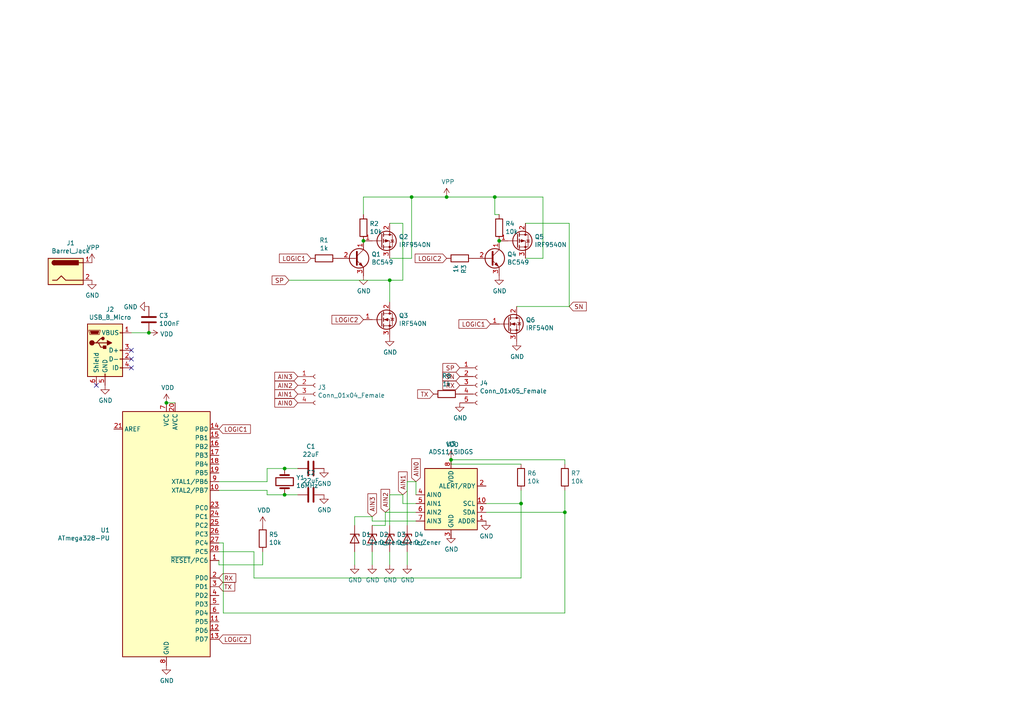
<source format=kicad_sch>
(kicad_sch (version 20230121) (generator eeschema)
  (paper "A4")
  (lib_symbols
    (symbol "Analog_ADC:ADS1115IDGS"
      (property "Reference" "U" (at 2.54 13.97 0))
      (property "Value" "ADS1115IDGS" (at 7.62 11.43 0))
      (symbol "ADS1115IDGS_0_1"
        (rectangle (start -7.62 10.16) (end 7.62 -7.62) (stroke (width 0.254)) (fill (type background)))
      )
      (symbol "ADS1115IDGS_1_1"
        (pin input line (at 10.16 -5.08 180) (length 2.54) (name "ADDR") (number "1"))
        (pin input line (at 10.16 0 180) (length 2.54) (name "SCL") (number "10"))
        (pin output line (at 10.16 5.08 180) (length 2.54) (name "ALERT/RDY") (number "2"))
        (pin power_in line (at 0 -10.16 90) (length 2.54) (name "GND") (number "3"))
        (pin input line (at -10.16 2.54 0) (length 2.54) (name "AIN0") (number "4"))
        (pin input line (at -10.16 0 0) (length 2.54) (name "AIN1") (number "5"))
        (pin input line (at -10.16 -2.54 0) (length 2.54) (name "AIN2") (number "6"))
        (pin input line (at -10.16 -5.08 0) (length 2.54) (name "AIN3") (number "7"))
        (pin power_in line (at 0 12.7 270) (length 2.54) (name "VDD") (number "8"))
        (pin bidirectional line (at 10.16 -2.54 180) (length 2.54) (name "SDA") (number "9"))
      )
    )
    (symbol "Connector:Barrel_Jack" (pin_names (offset 1.016))
      (property "Reference" "J" (at 0 5.334 0))
      (property "Value" "Barrel_Jack" (at 0 -5.08 0))
      (symbol "Barrel_Jack_0_1"
        (rectangle (start -5.08 3.81) (end 5.08 -3.81) (stroke (width 0.254)) (fill (type background)))
        (arc (start -3.302 3.175) (mid -3.9343 2.54) (end -3.302 1.905) (stroke (width 0.254)))
        (arc (start -3.302 3.175) (mid -3.9343 2.54) (end -3.302 1.905) (stroke (width 0.254)) (fill (type outline)))
        (polyline (pts (xy 5.08 2.54) (xy 3.81 2.54)) (stroke (width 0.254)))
        (polyline (pts (xy -3.81 -2.54) (xy -2.54 -2.54) (xy -1.27 -1.27) (xy 0 -2.54) (xy 2.54 -2.54) (xy 5.08 -2.54)) (stroke (width 0.254)))
        (rectangle (start 3.683 3.175) (end -3.302 1.905) (stroke (width 0.254)) (fill (type outline)))
      )
      (symbol "Barrel_Jack_1_1"
        (pin passive line (at 7.62 2.54 180) (length 2.54) (name "~") (number "1"))
        (pin passive line (at 7.62 -2.54 180) (length 2.54) (name "~") (number "2"))
      )
    )
    (symbol "Connector:USB_B_Micro" (pin_names (offset 1.016))
      (property "Reference" "J" (at -5.08 11.43 0))
      (property "Value" "USB_B_Micro" (at -5.08 8.89 0))
      (symbol "USB_B_Micro_0_1"
        (rectangle (start -5.08 -7.62) (end 5.08 7.62) (stroke (width 0.254)) (fill (type background)))
        (circle (center -3.81 2.159) (radius 0.635) (stroke (width 0.254)) (fill (type outline)))
        (circle (center -0.635 3.429) (radius 0.381) (stroke (width 0.254)) (fill (type outline)))
        (rectangle (start -0.127 -7.62) (end 0.127 -6.858))
        (polyline (pts (xy -1.905 2.159) (xy 0.635 2.159)) (stroke (width 0.254)))
        (polyline (pts (xy -3.175 2.159) (xy -2.54 2.159) (xy -1.27 3.429) (xy -0.635 3.429)) (stroke (width 0.254)))
        (polyline (pts (xy -2.54 2.159) (xy -1.905 2.159) (xy -1.27 0.889) (xy 0 0.889)) (stroke (width 0.254)))
        (polyline (pts (xy 0.635 2.794) (xy 0.635 1.524) (xy 1.905 2.159) (xy 0.635 2.794)) (stroke (width 0.254)) (fill (type outline)))
        (polyline (pts (xy -4.318 5.588) (xy -1.778 5.588) (xy -2.032 4.826) (xy -4.064 4.826) (xy -4.318 5.588)) (fill (type outline)))
        (polyline (pts (xy -4.699 5.842) (xy -4.699 5.588) (xy -4.445 4.826) (xy -4.445 4.572) (xy -1.651 4.572) (xy -1.651 4.826) (xy -1.397 5.588) (xy -1.397 5.842) (xy -4.699 5.842)))
        (rectangle (start 0.254 1.27) (end -0.508 0.508) (stroke (width 0.254)) (fill (type outline)))
        (rectangle (start 5.08 -5.207) (end 4.318 -4.953))
        (rectangle (start 5.08 -2.667) (end 4.318 -2.413))
        (rectangle (start 5.08 -0.127) (end 4.318 0.127))
        (rectangle (start 5.08 4.953) (end 4.318 5.207))
      )
      (symbol "USB_B_Micro_1_1"
        (pin power_out line (at 7.62 5.08 180) (length 2.54) (name "VBUS") (number "1"))
        (pin bidirectional line (at 7.62 -2.54 180) (length 2.54) (name "D-") (number "2"))
        (pin bidirectional line (at 7.62 0 180) (length 2.54) (name "D+") (number "3"))
        (pin passive line (at 7.62 -5.08 180) (length 2.54) (name "ID") (number "4"))
        (pin power_out line (at 0 -10.16 90) (length 2.54) (name "GND") (number "5"))
        (pin passive line (at -2.54 -10.16 90) (length 2.54) (name "Shield") (number "6"))
      )
    )
    (symbol "DAQsystemUSBrev2-rescue:ATmega328-PU-MCU_Microchip_ATmega"
      (property "Reference" "U" (at -12.7 36.83 0))
      (property "Value" "MCU_Microchip_ATmega_ATmega328-PU" (at 2.54 -36.83 0))
      (symbol "ATmega328-PU-MCU_Microchip_ATmega_0_1"
        (rectangle (start -12.7 -35.56) (end 12.7 35.56) (stroke (width 0.254)) (fill (type background)))
      )
      (symbol "ATmega328-PU-MCU_Microchip_ATmega_1_1"
        (pin bidirectional line (at 15.24 -7.62 180) (length 2.54) (name "~{RESET}/PC6") (number "1"))
        (pin bidirectional line (at 15.24 12.7 180) (length 2.54) (name "XTAL2/PB7") (number "10"))
        (pin bidirectional line (at 15.24 -25.4 180) (length 2.54) (name "PD5") (number "11"))
        (pin bidirectional line (at 15.24 -27.94 180) (length 2.54) (name "PD6") (number "12"))
        (pin bidirectional line (at 15.24 -30.48 180) (length 2.54) (name "PD7") (number "13"))
        (pin bidirectional line (at 15.24 30.48 180) (length 2.54) (name "PB0") (number "14"))
        (pin bidirectional line (at 15.24 27.94 180) (length 2.54) (name "PB1") (number "15"))
        (pin bidirectional line (at 15.24 25.4 180) (length 2.54) (name "PB2") (number "16"))
        (pin bidirectional line (at 15.24 22.86 180) (length 2.54) (name "PB3") (number "17"))
        (pin bidirectional line (at 15.24 20.32 180) (length 2.54) (name "PB4") (number "18"))
        (pin bidirectional line (at 15.24 17.78 180) (length 2.54) (name "PB5") (number "19"))
        (pin bidirectional line (at 15.24 -12.7 180) (length 2.54) (name "PD0") (number "2"))
        (pin power_in line (at 2.54 38.1 270) (length 2.54) (name "AVCC") (number "20"))
        (pin passive line (at -15.24 30.48 0) (length 2.54) (name "AREF") (number "21"))
        (pin passive line (at 0 -38.1 90) (length 2.54) hide (name "GND") (number "22"))
        (pin bidirectional line (at 15.24 7.62 180) (length 2.54) (name "PC0") (number "23"))
        (pin bidirectional line (at 15.24 5.08 180) (length 2.54) (name "PC1") (number "24"))
        (pin bidirectional line (at 15.24 2.54 180) (length 2.54) (name "PC2") (number "25"))
        (pin bidirectional line (at 15.24 0 180) (length 2.54) (name "PC3") (number "26"))
        (pin bidirectional line (at 15.24 -2.54 180) (length 2.54) (name "PC4") (number "27"))
        (pin bidirectional line (at 15.24 -5.08 180) (length 2.54) (name "PC5") (number "28"))
        (pin bidirectional line (at 15.24 -15.24 180) (length 2.54) (name "PD1") (number "3"))
        (pin bidirectional line (at 15.24 -17.78 180) (length 2.54) (name "PD2") (number "4"))
        (pin bidirectional line (at 15.24 -20.32 180) (length 2.54) (name "PD3") (number "5"))
        (pin bidirectional line (at 15.24 -22.86 180) (length 2.54) (name "PD4") (number "6"))
        (pin power_in line (at 0 38.1 270) (length 2.54) (name "VCC") (number "7"))
        (pin power_in line (at 0 -38.1 90) (length 2.54) (name "GND") (number "8"))
        (pin bidirectional line (at 15.24 15.24 180) (length 2.54) (name "XTAL1/PB6") (number "9"))
      )
    )
    (symbol "DAQsystemUSBrev2-rescue:Conn_01x04_Female-Connector" (pin_names (offset 1.016) hide)
      (property "Reference" "J" (at 0 5.08 0))
      (property "Value" "Connector_Conn_01x04_Female" (at 0 -7.62 0))
      (symbol "Conn_01x04_Female-Connector_1_1"
        (arc (start 0 -4.572) (mid -0.5058 -5.08) (end 0 -5.588) (stroke (width 0.1524)))
        (arc (start 0 -2.032) (mid -0.5058 -2.54) (end 0 -3.048) (stroke (width 0.1524)))
        (polyline (pts (xy -1.27 -5.08) (xy -0.508 -5.08)) (stroke (width 0.1524)))
        (polyline (pts (xy -1.27 -2.54) (xy -0.508 -2.54)) (stroke (width 0.1524)))
        (polyline (pts (xy -1.27 0) (xy -0.508 0)) (stroke (width 0.1524)))
        (polyline (pts (xy -1.27 2.54) (xy -0.508 2.54)) (stroke (width 0.1524)))
        (arc (start 0 0.508) (mid -0.5058 0) (end 0 -0.508) (stroke (width 0.1524)))
        (arc (start 0 3.048) (mid -0.5058 2.54) (end 0 2.032) (stroke (width 0.1524)))
        (pin passive line (at -5.08 2.54 0) (length 3.81) (name "Pin_1") (number "1"))
        (pin passive line (at -5.08 0 0) (length 3.81) (name "Pin_2") (number "2"))
        (pin passive line (at -5.08 -2.54 0) (length 3.81) (name "Pin_3") (number "3"))
        (pin passive line (at -5.08 -5.08 0) (length 3.81) (name "Pin_4") (number "4"))
      )
    )
    (symbol "DAQsystemUSBrev2-rescue:Conn_01x05_Female-Connector" (pin_names (offset 1.016) hide)
      (property "Reference" "J" (at 0 7.62 0))
      (property "Value" "Connector_Conn_01x05_Female" (at 0 -7.62 0))
      (symbol "Conn_01x05_Female-Connector_1_1"
        (arc (start 0 -4.572) (mid -0.5058 -5.08) (end 0 -5.588) (stroke (width 0.1524)))
        (arc (start 0 -2.032) (mid -0.5058 -2.54) (end 0 -3.048) (stroke (width 0.1524)))
        (polyline (pts (xy -1.27 -5.08) (xy -0.508 -5.08)) (stroke (width 0.1524)))
        (polyline (pts (xy -1.27 -2.54) (xy -0.508 -2.54)) (stroke (width 0.1524)))
        (polyline (pts (xy -1.27 0) (xy -0.508 0)) (stroke (width 0.1524)))
        (polyline (pts (xy -1.27 2.54) (xy -0.508 2.54)) (stroke (width 0.1524)))
        (polyline (pts (xy -1.27 5.08) (xy -0.508 5.08)) (stroke (width 0.1524)))
        (arc (start 0 0.508) (mid -0.5058 0) (end 0 -0.508) (stroke (width 0.1524)))
        (arc (start 0 3.048) (mid -0.5058 2.54) (end 0 2.032) (stroke (width 0.1524)))
        (arc (start 0 5.588) (mid -0.5058 5.08) (end 0 4.572) (stroke (width 0.1524)))
        (pin passive line (at -5.08 5.08 0) (length 3.81) (name "Pin_1") (number "1"))
        (pin passive line (at -5.08 2.54 0) (length 3.81) (name "Pin_2") (number "2"))
        (pin passive line (at -5.08 0 0) (length 3.81) (name "Pin_3") (number "3"))
        (pin passive line (at -5.08 -2.54 0) (length 3.81) (name "Pin_4") (number "4"))
        (pin passive line (at -5.08 -5.08 0) (length 3.81) (name "Pin_5") (number "5"))
      )
    )
    (symbol "Device:C" (pin_numbers hide) (pin_names (offset 0.254))
      (property "Reference" "C" (at 0.635 2.54 0))
      (property "Value" "C" (at 0.635 -2.54 0))
      (symbol "C_0_1"
        (polyline (pts (xy -2.032 -0.762) (xy 2.032 -0.762)) (stroke (width 0.508)))
        (polyline (pts (xy -2.032 0.762) (xy 2.032 0.762)) (stroke (width 0.508)))
      )
      (symbol "C_1_1"
        (pin passive line (at 0 3.81 270) (length 2.794) (name "~") (number "1"))
        (pin passive line (at 0 -3.81 90) (length 2.794) (name "~") (number "2"))
      )
    )
    (symbol "Device:Crystal" (pin_numbers hide) (pin_names (offset 1.016) hide)
      (property "Reference" "Y" (at 0 3.81 0))
      (property "Value" "Crystal" (at 0 -3.81 0))
      (symbol "Crystal_0_1"
        (rectangle (start -1.143 2.54) (end 1.143 -2.54) (stroke (width 0.3048)))
        (polyline (pts (xy -2.54 0) (xy -1.905 0)))
        (polyline (pts (xy -1.905 -1.27) (xy -1.905 1.27)) (stroke (width 0.508)))
        (polyline (pts (xy 1.905 -1.27) (xy 1.905 1.27)) (stroke (width 0.508)))
        (polyline (pts (xy 2.54 0) (xy 1.905 0)))
      )
      (symbol "Crystal_1_1"
        (pin passive line (at -3.81 0 0) (length 1.27) (name "1") (number "1"))
        (pin passive line (at 3.81 0 180) (length 1.27) (name "2") (number "2"))
      )
    )
    (symbol "Device:D_Zener" (pin_numbers hide) (pin_names (offset 1.016) hide)
      (property "Reference" "D" (at 0 2.54 0))
      (property "Value" "D_Zener" (at 0 -2.54 0))
      (symbol "D_Zener_0_1"
        (polyline (pts (xy 1.27 0) (xy -1.27 0)))
        (polyline (pts (xy -1.27 -1.27) (xy -1.27 1.27) (xy -0.762 1.27)) (stroke (width 0.254)))
        (polyline (pts (xy 1.27 -1.27) (xy 1.27 1.27) (xy -1.27 0) (xy 1.27 -1.27)) (stroke (width 0.254)))
      )
      (symbol "D_Zener_1_1"
        (pin passive line (at -3.81 0 0) (length 2.54) (name "K") (number "1"))
        (pin passive line (at 3.81 0 180) (length 2.54) (name "A") (number "2"))
      )
    )
    (symbol "Device:R" (pin_numbers hide) (pin_names (offset 0))
      (property "Reference" "R" (at 2.032 0 90))
      (property "Value" "R" (at 0 0 90))
      (symbol "R_0_1"
        (rectangle (start -1.016 -2.54) (end 1.016 2.54) (stroke (width 0.254)))
      )
      (symbol "R_1_1"
        (pin passive line (at 0 3.81 270) (length 1.27) (name "~") (number "1"))
        (pin passive line (at 0 -3.81 90) (length 1.27) (name "~") (number "2"))
      )
    )
    (symbol "Transistor_BJT:BC549" (pin_names (offset 0) hide)
      (property "Reference" "Q" (at 5.08 1.905 0))
      (property "Value" "BC549" (at 5.08 0 0))
      (symbol "BC549_0_1"
        (polyline (pts (xy 0 0) (xy 0.635 0)))
        (polyline (pts (xy 0.635 0.635) (xy 2.54 2.54)))
        (polyline (pts (xy 0.635 -0.635) (xy 2.54 -2.54) (xy 2.54 -2.54)))
        (polyline (pts (xy 0.635 1.905) (xy 0.635 -1.905) (xy 0.635 -1.905)) (stroke (width 0.508)))
        (polyline (pts (xy 1.27 -1.778) (xy 1.778 -1.27) (xy 2.286 -2.286) (xy 1.27 -1.778) (xy 1.27 -1.778)) (fill (type outline)))
        (circle (center 1.27 0) (radius 2.8194) (stroke (width 0.254)))
      )
      (symbol "BC549_1_1"
        (pin passive line (at 2.54 5.08 270) (length 2.54) (name "C") (number "1"))
        (pin input line (at -5.08 0 0) (length 5.08) (name "B") (number "2"))
        (pin passive line (at 2.54 -5.08 90) (length 2.54) (name "E") (number "3"))
      )
    )
    (symbol "Transistor_FET:IRF540N" (pin_names hide)
      (property "Reference" "Q" (at 6.35 1.905 0))
      (property "Value" "IRF540N" (at 6.35 0 0))
      (symbol "IRF540N_0_1"
        (polyline (pts (xy 0.254 0) (xy -2.54 0)))
        (polyline (pts (xy 0.254 1.905) (xy 0.254 -1.905)) (stroke (width 0.254)))
        (polyline (pts (xy 0.762 -1.27) (xy 0.762 -2.286)) (stroke (width 0.254)))
        (polyline (pts (xy 0.762 0.508) (xy 0.762 -0.508)) (stroke (width 0.254)))
        (polyline (pts (xy 0.762 2.286) (xy 0.762 1.27)) (stroke (width 0.254)))
        (polyline (pts (xy 2.54 2.54) (xy 2.54 1.778)))
        (polyline (pts (xy 2.54 -2.54) (xy 2.54 0) (xy 0.762 0)))
        (polyline (pts (xy 0.762 -1.778) (xy 3.302 -1.778) (xy 3.302 1.778) (xy 0.762 1.778)))
        (polyline (pts (xy 1.016 0) (xy 2.032 0.381) (xy 2.032 -0.381) (xy 1.016 0)) (fill (type outline)))
        (polyline (pts (xy 2.794 0.508) (xy 2.921 0.381) (xy 3.683 0.381) (xy 3.81 0.254)))
        (polyline (pts (xy 3.302 0.381) (xy 2.921 -0.254) (xy 3.683 -0.254) (xy 3.302 0.381)))
        (circle (center 1.651 0) (radius 2.794) (stroke (width 0.254)))
        (circle (center 2.54 -1.778) (radius 0.254) (fill (type outline)))
        (circle (center 2.54 1.778) (radius 0.254) (fill (type outline)))
      )
      (symbol "IRF540N_1_1"
        (pin input line (at -5.08 0 0) (length 2.54) (name "G") (number "1"))
        (pin passive line (at 2.54 5.08 270) (length 2.54) (name "D") (number "2"))
        (pin passive line (at 2.54 -5.08 90) (length 2.54) (name "S") (number "3"))
      )
    )
    (symbol "Transistor_FET:IRF9540N" (pin_names hide)
      (property "Reference" "Q" (at 5.08 1.905 0))
      (property "Value" "IRF9540N" (at 5.08 0 0))
      (symbol "IRF9540N_0_1"
        (polyline (pts (xy 0.254 0) (xy -2.54 0)))
        (polyline (pts (xy 0.254 1.905) (xy 0.254 -1.905)) (stroke (width 0.254)))
        (polyline (pts (xy 0.762 -1.27) (xy 0.762 -2.286)) (stroke (width 0.254)))
        (polyline (pts (xy 0.762 0.508) (xy 0.762 -0.508)) (stroke (width 0.254)))
        (polyline (pts (xy 0.762 2.286) (xy 0.762 1.27)) (stroke (width 0.254)))
        (polyline (pts (xy 2.54 2.54) (xy 2.54 1.778)))
        (polyline (pts (xy 2.54 -2.54) (xy 2.54 0) (xy 0.762 0)))
        (polyline (pts (xy 0.762 1.778) (xy 3.302 1.778) (xy 3.302 -1.778) (xy 0.762 -1.778)))
        (polyline (pts (xy 2.286 0) (xy 1.27 0.381) (xy 1.27 -0.381) (xy 2.286 0)) (fill (type outline)))
        (polyline (pts (xy 2.794 -0.508) (xy 2.921 -0.381) (xy 3.683 -0.381) (xy 3.81 -0.254)))
        (polyline (pts (xy 3.302 -0.381) (xy 2.921 0.254) (xy 3.683 0.254) (xy 3.302 -0.381)))
        (circle (center 1.651 0) (radius 2.794) (stroke (width 0.254)))
        (circle (center 2.54 -1.778) (radius 0.254) (fill (type outline)))
        (circle (center 2.54 1.778) (radius 0.254) (fill (type outline)))
      )
      (symbol "IRF9540N_1_1"
        (pin input line (at -5.08 0 0) (length 2.54) (name "G") (number "1"))
        (pin passive line (at 2.54 5.08 270) (length 2.54) (name "D") (number "2"))
        (pin passive line (at 2.54 -5.08 90) (length 2.54) (name "S") (number "3"))
      )
    )
    (symbol "power:GND" (power) (pin_names (offset 0))
      (property "Value" "GND" (at 0 -3.81 0))
      (symbol "GND_0_1"
        (polyline (pts (xy 0 0) (xy 0 -1.27) (xy 1.27 -1.27) (xy 0 -2.54) (xy -1.27 -1.27) (xy 0 -1.27)))
      )
      (symbol "GND_1_1"
        (pin power_in line (at 0 0 270) (length 0) hide (name "GND") (number "1"))
      )
    )
    (symbol "power:VDD" (power) (pin_names (offset 0))
      (property "Value" "VDD" (at 0 3.81 0))
      (symbol "VDD_0_1"
        (polyline (pts (xy -0.762 1.27) (xy 0 2.54)))
        (polyline (pts (xy 0 0) (xy 0 2.54)))
        (polyline (pts (xy 0 2.54) (xy 0.762 1.27)))
      )
      (symbol "VDD_1_1"
        (pin power_in line (at 0 0 90) (length 0) hide (name "VDD") (number "1"))
      )
    )
    (symbol "power:VPP" (power) (pin_names (offset 0))
      (property "Value" "VPP" (at 0 3.81 0))
      (symbol "VPP_0_1"
        (polyline (pts (xy -0.762 1.27) (xy 0 2.54)))
        (polyline (pts (xy 0 0) (xy 0 2.54)))
        (polyline (pts (xy 0 2.54) (xy 0.762 1.27)))
      )
      (symbol "VPP_1_1"
        (pin power_in line (at 0 0 90) (length 0) hide (name "VPP") (number "1"))
      )
    )
  )
  (junction (at 163.83 148.59))
  (junction (at 48.26 116.84))
  (junction (at 144.78 69.85))
  (junction (at 119.38 57.15))
  (junction (at 129.54 57.15))
  (junction (at 105.41 69.85))
  (junction (at 43.18 96.52))
  (junction (at 143.51 57.15))
  (junction (at 113.03 81.28))
  (junction (at 82.55 143.51))
  (junction (at 82.55 135.89))
  (junction (at 130.81 133.35))
  (junction (at 151.13 146.05))
  (no_connect (at 38.1 101.6))
  (no_connect (at 38.1 104.14))
  (no_connect (at 38.1 106.68))
  (no_connect (at 27.94 111.76))
  (wire (pts (xy 120.65 146.05) (xy 116.84 146.05)))
  (wire (pts (xy 149.86 88.9) (xy 165.1 88.9)))
  (wire (pts (xy 64.77 157.48) (xy 63.5 157.48)))
  (wire (pts (xy 151.13 134.62) (xy 130.81 134.62)))
  (wire (pts (xy 157.48 74.93) (xy 157.48 57.15)))
  (wire (pts (xy 113.03 143.51) (xy 116.84 143.51)))
  (wire (pts (xy 76.2 160.02) (xy 76.2 163.83)))
  (wire (pts (xy 111.76 148.59) (xy 120.65 148.59)))
  (wire (pts (xy 102.87 160.02) (xy 102.87 163.83)))
  (wire (pts (xy 143.51 57.15) (xy 157.48 57.15)))
  (wire (pts (xy 113.03 64.77) (xy 116.84 64.77)))
  (wire (pts (xy 111.76 148.59) (xy 111.76 152.4)))
  (wire (pts (xy 113.03 160.02) (xy 113.03 163.83)))
  (wire (pts (xy 64.77 177.8) (xy 64.77 157.48)))
  (wire (pts (xy 63.5 160.02) (xy 73.66 160.02)))
  (wire (pts (xy 119.38 74.93) (xy 119.38 57.15)))
  (wire (pts (xy 120.65 139.7) (xy 120.65 143.51)))
  (wire (pts (xy 113.03 74.93) (xy 119.38 74.93)))
  (wire (pts (xy 116.84 81.28) (xy 113.03 81.28)))
  (wire (pts (xy 163.83 148.59) (xy 163.83 142.24)))
  (wire (pts (xy 163.83 148.59) (xy 163.83 177.8)))
  (wire (pts (xy 118.11 160.02) (xy 118.11 163.83)))
  (wire (pts (xy 73.66 167.64) (xy 151.13 167.64)))
  (wire (pts (xy 38.1 96.52) (xy 43.18 96.52)))
  (wire (pts (xy 73.66 160.02) (xy 73.66 167.64)))
  (wire (pts (xy 118.11 139.7) (xy 120.65 139.7)))
  (wire (pts (xy 76.2 163.83) (xy 63.5 163.83)))
  (wire (pts (xy 152.4 74.93) (xy 157.48 74.93)))
  (wire (pts (xy 118.11 152.4) (xy 118.11 139.7)))
  (wire (pts (xy 82.55 135.89) (xy 86.36 135.89)))
  (wire (pts (xy 105.41 57.15) (xy 119.38 57.15)))
  (wire (pts (xy 152.4 64.77) (xy 165.1 64.77)))
  (wire (pts (xy 151.13 146.05) (xy 151.13 142.24)))
  (wire (pts (xy 107.95 151.13) (xy 107.95 149.86)))
  (wire (pts (xy 140.97 146.05) (xy 151.13 146.05)))
  (wire (pts (xy 165.1 64.77) (xy 165.1 88.9)))
  (wire (pts (xy 83.82 81.28) (xy 113.03 81.28)))
  (wire (pts (xy 130.81 133.35) (xy 163.83 133.35)))
  (wire (pts (xy 151.13 146.05) (xy 151.13 167.64)))
  (wire (pts (xy 143.51 57.15) (xy 143.51 62.23)))
  (wire (pts (xy 107.95 160.02) (xy 107.95 163.83)))
  (wire (pts (xy 120.65 151.13) (xy 107.95 151.13)))
  (wire (pts (xy 143.51 62.23) (xy 144.78 62.23)))
  (wire (pts (xy 105.41 57.15) (xy 105.41 62.23)))
  (wire (pts (xy 77.47 139.7) (xy 77.47 135.89)))
  (wire (pts (xy 107.95 152.4) (xy 111.76 152.4)))
  (wire (pts (xy 63.5 163.83) (xy 63.5 162.56)))
  (wire (pts (xy 63.5 142.24) (xy 77.47 142.24)))
  (wire (pts (xy 119.38 57.15) (xy 129.54 57.15)))
  (wire (pts (xy 163.83 177.8) (xy 64.77 177.8)))
  (wire (pts (xy 77.47 135.89) (xy 82.55 135.89)))
  (wire (pts (xy 113.03 81.28) (xy 113.03 87.63)))
  (wire (pts (xy 63.5 139.7) (xy 77.47 139.7)))
  (wire (pts (xy 77.47 143.51) (xy 82.55 143.51)))
  (wire (pts (xy 102.87 152.4) (xy 102.87 149.86)))
  (wire (pts (xy 130.81 134.62) (xy 130.81 133.35)))
  (wire (pts (xy 50.8 116.84) (xy 48.26 116.84)))
  (wire (pts (xy 116.84 64.77) (xy 116.84 81.28)))
  (wire (pts (xy 140.97 148.59) (xy 163.83 148.59)))
  (wire (pts (xy 129.54 57.15) (xy 143.51 57.15)))
  (wire (pts (xy 82.55 143.51) (xy 86.36 143.51)))
  (wire (pts (xy 113.03 152.4) (xy 113.03 143.51)))
  (wire (pts (xy 116.84 146.05) (xy 116.84 143.51)))
  (wire (pts (xy 102.87 149.86) (xy 107.95 149.86)))
  (wire (pts (xy 77.47 142.24) (xy 77.47 143.51)))
  (wire (pts (xy 163.83 134.62) (xy 163.83 133.35)))
  (global_label "SP" (shape input) (at 83.82 81.28 180) (property "Intersheetrefs" "${INTERSHEET_REFS}" (effects hide)))
  (global_label "LOGIC1" (shape input) (at 142.24 93.98 180) (property "Intersheetrefs" "${INTERSHEET_REFS}" (effects hide)))
  (global_label "TX" (shape input) (at 125.73 114.3 180) (property "Intersheetrefs" "${INTERSHEET_REFS}" (effects hide)))
  (global_label "AIN0" (shape input) (at 86.36 116.84 180) (property "Intersheetrefs" "${INTERSHEET_REFS}" (effects hide)))
  (global_label "SN" (shape input) (at 165.1 88.9 0) (property "Intersheetrefs" "${INTERSHEET_REFS}" (effects hide)))
  (global_label "LOGIC2" (shape input) (at 105.41 92.71 180) (property "Intersheetrefs" "${INTERSHEET_REFS}" (effects hide)))
  (global_label "AIN3" (shape input) (at 107.95 149.86 90) (property "Intersheetrefs" "${INTERSHEET_REFS}" (effects hide)))
  (global_label "AIN2" (shape input) (at 111.76 148.59 90) (property "Intersheetrefs" "${INTERSHEET_REFS}" (effects hide)))
  (global_label "AIN3" (shape input) (at 86.36 109.22 180) (property "Intersheetrefs" "${INTERSHEET_REFS}" (effects hide)))
  (global_label "LOGIC2" (shape input) (at 63.5 185.42 0) (property "Intersheetrefs" "${INTERSHEET_REFS}" (effects hide)))
  (global_label "RX" (shape input) (at 63.5 167.64 0) (property "Intersheetrefs" "${INTERSHEET_REFS}" (effects hide)))
  (global_label "LOGIC1" (shape input) (at 90.17 74.93 180) (property "Intersheetrefs" "${INTERSHEET_REFS}" (effects hide)))
  (global_label "TX" (shape input) (at 63.5 170.18 0) (property "Intersheetrefs" "${INTERSHEET_REFS}" (effects hide)))
  (global_label "AIN2" (shape input) (at 86.36 111.76 180) (property "Intersheetrefs" "${INTERSHEET_REFS}" (effects hide)))
  (global_label "SN" (shape input) (at 133.35 109.22 180) (property "Intersheetrefs" "${INTERSHEET_REFS}" (effects hide)))
  (global_label "RX" (shape input) (at 133.35 111.76 180) (property "Intersheetrefs" "${INTERSHEET_REFS}" (effects hide)))
  (global_label "LOGIC1" (shape input) (at 63.5 124.46 0) (property "Intersheetrefs" "${INTERSHEET_REFS}" (effects hide)))
  (global_label "AIN1" (shape input) (at 86.36 114.3 180) (property "Intersheetrefs" "${INTERSHEET_REFS}" (effects hide)))
  (global_label "LOGIC2" (shape input) (at 129.54 74.93 180) (property "Intersheetrefs" "${INTERSHEET_REFS}" (effects hide)))
  (global_label "AIN0" (shape input) (at 120.65 139.7 90) (property "Intersheetrefs" "${INTERSHEET_REFS}" (effects hide)))
  (global_label "SP" (shape input) (at 133.35 106.68 180) (property "Intersheetrefs" "${INTERSHEET_REFS}" (effects hide)))
  (global_label "AIN1" (shape input) (at 116.84 143.51 90) (property "Intersheetrefs" "${INTERSHEET_REFS}" (effects hide)))
  (symbol (lib_id "Transistor_FET:IRF9540N") (at 110.49 69.85 0) (unit 1)
    (property "Reference" "Q2" (at 115.6716 68.6816 0) (effects (justify left)))
    (property "Value" "IRF9540N" (at 115.6716 70.993 0) (effects (justify left)))
    (property "Footprint" "Package_TO_SOT_THT:TO-220-3_Vertical" (effects hide))
    (property "Datasheet" "http://www.irf.com/product-info/datasheets/data/irf9540n.pdf" (effects hide))
  )
  (symbol (lib_id "Transistor_FET:IRF9540N") (at 149.86 69.85 0) (unit 1)
    (property "Reference" "Q5" (at 155.0416 68.6816 0) (effects (justify left)))
    (property "Value" "IRF9540N" (at 155.0416 70.993 0) (effects (justify left)))
    (property "Footprint" "Package_TO_SOT_THT:TO-220-3_Vertical" (effects hide))
    (property "Datasheet" "http://www.irf.com/product-info/datasheets/data/irf9540n.pdf" (effects hide))
  )
  (symbol (lib_id "Transistor_BJT:BC549") (at 102.87 74.93 0) (unit 1)
    (property "Reference" "Q1" (at 107.7214 73.7616 0) (effects (justify left)))
    (property "Value" "BC549" (at 107.7214 76.073 0) (effects (justify left)))
    (property "Footprint" "Package_TO_SOT_THT:TO-92_Inline_Wide" (effects hide))
    (property "Datasheet" "https://www.onsemi.com/pub/Collateral/BC550-D.pdf" (effects hide))
  )
  (symbol (lib_id "Transistor_BJT:BC549") (at 142.24 74.93 0) (unit 1)
    (property "Reference" "Q4" (at 147.0914 73.7616 0) (effects (justify left)))
    (property "Value" "BC549" (at 147.0914 76.073 0) (effects (justify left)))
    (property "Footprint" "Package_TO_SOT_THT:TO-92_Inline_Wide" (effects hide))
    (property "Datasheet" "https://www.onsemi.com/pub/Collateral/BC550-D.pdf" (effects hide))
  )
  (symbol (lib_id "Transistor_FET:IRF540N") (at 110.49 92.71 0) (unit 1)
    (property "Reference" "Q3" (at 115.6716 91.5416 0) (effects (justify left)))
    (property "Value" "IRF540N" (at 115.6716 93.853 0) (effects (justify left)))
    (property "Footprint" "Package_TO_SOT_THT:TO-220-3_Vertical" (effects hide))
    (property "Datasheet" "http://www.irf.com/product-info/datasheets/data/irf540n.pdf" (effects hide))
  )
  (symbol (lib_id "Transistor_FET:IRF540N") (at 147.32 93.98 0) (unit 1)
    (property "Reference" "Q6" (at 152.5016 92.8116 0) (effects (justify left)))
    (property "Value" "IRF540N" (at 152.5016 95.123 0) (effects (justify left)))
    (property "Footprint" "Package_TO_SOT_THT:TO-220-3_Vertical" (effects hide))
    (property "Datasheet" "http://www.irf.com/product-info/datasheets/data/irf540n.pdf" (effects hide))
  )
  (symbol (lib_id "Device:R") (at 105.41 66.04 0) (unit 1)
    (property "Reference" "R2" (at 107.188 64.8716 0) (effects (justify left)))
    (property "Value" "10k" (at 107.188 67.183 0) (effects (justify left)))
    (property "Footprint" "Resistor_SMD:R_0603_1608Metric" (effects hide))
  )
  (symbol (lib_id "Device:R") (at 144.78 66.04 0) (unit 1)
    (property "Reference" "R4" (at 146.558 64.8716 0) (effects (justify left)))
    (property "Value" "10k" (at 146.558 67.183 0) (effects (justify left)))
    (property "Footprint" "Resistor_SMD:R_0603_1608Metric" (effects hide))
  )
  (symbol (lib_id "Device:R") (at 93.98 74.93 270) (unit 1)
    (property "Reference" "R1" (at 93.98 69.6722 90))
    (property "Value" "1k" (at 93.98 71.9836 90))
    (property "Footprint" "Resistor_SMD:R_0603_1608Metric" (effects hide))
  )
  (symbol (lib_id "Device:R") (at 133.35 74.93 270) (unit 1)
    (property "Reference" "R3" (at 134.5184 76.708 0) (effects (justify left)))
    (property "Value" "1k" (at 132.207 76.708 0) (effects (justify left)))
    (property "Footprint" "Resistor_SMD:R_0603_1608Metric" (effects hide))
  )
  (symbol (lib_id "DAQsystemUSBrev2-rescue:ATmega328-PU-MCU_Microchip_ATmega") (at 48.26 154.94 0) (unit 1)
    (property "Reference" "U1" (at 31.9024 153.7716 0) (effects (justify right)))
    (property "Value" "ATmega328-PU" (at 31.9024 156.083 0) (effects (justify right)))
    (property "Footprint" "Package_DIP:DIP-28_W7.62mm" (effects hide))
    (property "Datasheet" "http://ww1.microchip.com/downloads/en/DeviceDoc/ATmega328_P%20AVR%20MCU%20with%20picoPower%20Technology%20Data%20Sheet%2040001984A.pdf" (effects hide))
  )
  (symbol (lib_id "Connector:Barrel_Jack") (at 19.05 78.74 0) (unit 1)
    (property "Reference" "J1" (at 20.4978 70.485 0))
    (property "Value" "Barrel_Jack" (at 20.4978 72.7964 0))
    (property "Footprint" "Connector_BarrelJack:BarrelJack_Horizontal" (effects hide))
  )
  (symbol (lib_id "Device:Crystal") (at 82.55 139.7 270) (unit 1)
    (property "Reference" "Y1" (at 85.8774 138.5316 90) (effects (justify left)))
    (property "Value" "16MHz" (at 85.8774 140.843 90) (effects (justify left)))
    (property "Footprint" "Crystal:Crystal_HC49-U_Vertical" (effects hide))
  )
  (symbol (lib_id "Device:C") (at 90.17 135.89 270) (unit 1)
    (property "Reference" "C1" (at 90.17 129.4892 90))
    (property "Value" "22uF" (at 90.17 131.8006 90))
    (property "Footprint" "Capacitor_THT:C_Disc_D5.0mm_W2.5mm_P5.00mm" (effects hide))
  )
  (symbol (lib_id "Device:C") (at 90.17 143.51 270) (unit 1)
    (property "Reference" "C2" (at 90.17 137.1092 90))
    (property "Value" "22uF" (at 90.17 139.4206 90))
    (property "Footprint" "Capacitor_THT:C_Disc_D5.0mm_W2.5mm_P5.00mm" (effects hide))
  )
  (symbol (lib_id "Connector:USB_B_Micro") (at 30.48 101.6 0) (unit 1)
    (property "Reference" "J2" (at 31.9278 89.7382 0))
    (property "Value" "USB_B_Micro" (at 31.9278 92.0496 0))
    (property "Footprint" "Connector_USB:USB_Micro-B_Molex-105017-0001" (effects hide))
  )
  (symbol (lib_id "Device:R") (at 76.2 156.21 0) (unit 1)
    (property "Reference" "R5" (at 77.978 155.0416 0) (effects (justify left)))
    (property "Value" "10k" (at 77.978 157.353 0) (effects (justify left)))
    (property "Footprint" "Resistor_SMD:R_0603_1608Metric" (effects hide))
  )
  (symbol (lib_id "Analog_ADC:ADS1115IDGS") (at 130.81 146.05 0) (unit 1)
    (property "Reference" "U3" (at 130.81 128.7526 0))
    (property "Value" "ADS1115IDGS" (at 130.81 131.064 0))
    (property "Footprint" "Package_SO:TSSOP-10_3x3mm_P0.5mm" (effects hide))
    (property "Datasheet" "http://www.ti.com/lit/ds/symlink/ads1113.pdf" (effects hide))
  )
  (symbol (lib_id "Device:R") (at 151.13 138.43 0) (unit 1)
    (property "Reference" "R6" (at 152.908 137.2616 0) (effects (justify left)))
    (property "Value" "10k" (at 152.908 139.573 0) (effects (justify left)))
    (property "Footprint" "Resistor_SMD:R_0603_1608Metric" (effects hide))
  )
  (symbol (lib_id "Device:R") (at 163.83 138.43 0) (unit 1)
    (property "Reference" "R7" (at 165.608 137.2616 0) (effects (justify left)))
    (property "Value" "10k" (at 165.608 139.573 0) (effects (justify left)))
    (property "Footprint" "Resistor_SMD:R_0603_1608Metric" (effects hide))
  )
  (symbol (lib_id "Device:D_Zener") (at 118.11 156.21 270) (unit 1)
    (property "Reference" "D4" (at 120.142 155.0416 90) (effects (justify left)))
    (property "Value" "D_Zener" (at 120.142 157.353 90) (effects (justify left)))
    (property "Footprint" "Diode_THT:D_DO-35_SOD27_P7.62mm_Horizontal" (effects hide))
  )
  (symbol (lib_id "Device:D_Zener") (at 113.03 156.21 270) (unit 1)
    (property "Reference" "D3" (at 115.062 155.0416 90) (effects (justify left)))
    (property "Value" "D_Zener" (at 115.062 157.353 90) (effects (justify left)))
    (property "Footprint" "Diode_THT:D_DO-35_SOD27_P7.62mm_Horizontal" (effects hide))
  )
  (symbol (lib_id "Device:D_Zener") (at 107.95 156.21 270) (unit 1)
    (property "Reference" "D2" (at 109.982 155.0416 90) (effects (justify left)))
    (property "Value" "D_Zener" (at 109.982 157.353 90) (effects (justify left)))
    (property "Footprint" "Diode_THT:D_DO-35_SOD27_P7.62mm_Horizontal" (effects hide))
  )
  (symbol (lib_id "Device:D_Zener") (at 102.87 156.21 270) (unit 1)
    (property "Reference" "D1" (at 104.902 155.0416 90) (effects (justify left)))
    (property "Value" "D_Zener" (at 104.902 157.353 90) (effects (justify left)))
    (property "Footprint" "Diode_THT:D_DO-35_SOD27_P7.62mm_Horizontal" (effects hide))
  )
  (symbol (lib_id "power:GND") (at 26.67 81.28 0) (unit 1)
    (property "Reference" "#PWR0101" (effects hide))
    (property "Value" "GND" (at 26.797 85.6742 0))
  )
  (symbol (lib_id "power:GND") (at 30.48 111.76 0) (unit 1)
    (property "Reference" "#PWR0102" (effects hide))
    (property "Value" "GND" (at 30.607 116.1542 0))
  )
  (symbol (lib_id "power:GND") (at 118.11 163.83 0) (unit 1)
    (property "Reference" "#PWR0103" (effects hide))
    (property "Value" "GND" (at 118.237 168.2242 0))
  )
  (symbol (lib_id "power:GND") (at 130.81 154.94 0) (unit 1)
    (property "Reference" "#PWR0104" (effects hide))
    (property "Value" "GND" (at 130.937 159.3342 0))
  )
  (symbol (lib_id "power:GND") (at 140.97 151.13 0) (unit 1)
    (property "Reference" "#PWR0105" (effects hide))
    (property "Value" "GND" (at 141.097 155.5242 0))
  )
  (symbol (lib_id "power:GND") (at 93.98 135.89 0) (unit 1)
    (property "Reference" "#PWR0106" (effects hide))
    (property "Value" "GND" (at 94.107 140.2842 0))
  )
  (symbol (lib_id "power:GND") (at 93.98 143.51 0) (unit 1)
    (property "Reference" "#PWR0107" (effects hide))
    (property "Value" "GND" (at 94.107 147.9042 0))
  )
  (symbol (lib_id "power:GND") (at 48.26 193.04 0) (unit 1)
    (property "Reference" "#PWR0108" (effects hide))
    (property "Value" "GND" (at 48.387 197.4342 0))
  )
  (symbol (lib_id "power:GND") (at 133.35 116.84 0) (unit 1)
    (property "Reference" "#PWR0109" (effects hide))
    (property "Value" "GND" (at 133.477 121.2342 0))
  )
  (symbol (lib_id "power:GND") (at 105.41 80.01 0) (unit 1)
    (property "Reference" "#PWR0110" (effects hide))
    (property "Value" "GND" (at 105.537 84.4042 0))
  )
  (symbol (lib_id "power:GND") (at 113.03 97.79 0) (unit 1)
    (property "Reference" "#PWR0112" (effects hide))
    (property "Value" "GND" (at 113.157 102.1842 0))
  )
  (symbol (lib_id "power:VDD") (at 130.81 133.35 0) (unit 1)
    (property "Reference" "#PWR0114" (effects hide))
    (property "Value" "VDD" (at 131.191 128.9558 0))
  )
  (symbol (lib_id "Device:C") (at 43.18 92.71 0) (unit 1)
    (property "Reference" "C3" (at 46.101 91.5416 0) (effects (justify left)))
    (property "Value" "100nF" (at 46.101 93.853 0) (effects (justify left)))
    (property "Footprint" "Capacitor_SMD:C_0603_1608Metric" (effects hide))
  )
  (symbol (lib_id "power:GND") (at 43.18 88.9 270) (unit 1)
    (property "Reference" "#PWR0115" (effects hide))
    (property "Value" "GND" (at 39.9288 89.027 90) (effects (justify right)))
  )
  (symbol (lib_id "power:VDD") (at 48.26 116.84 0) (unit 1)
    (property "Reference" "#PWR0116" (effects hide))
    (property "Value" "VDD" (at 48.641 112.4458 0))
  )
  (symbol (lib_id "power:VDD") (at 76.2 152.4 0) (unit 1)
    (property "Reference" "#PWR0117" (effects hide))
    (property "Value" "VDD" (at 76.581 148.0058 0))
  )
  (symbol (lib_id "power:VDD") (at 43.18 96.52 270) (unit 1)
    (property "Reference" "#PWR0118" (effects hide))
    (property "Value" "VDD" (at 46.4312 96.901 90) (effects (justify left)))
  )
  (symbol (lib_id "Device:R") (at 129.54 114.3 270) (unit 1)
    (property "Reference" "R8" (at 129.54 109.0422 90))
    (property "Value" "1k" (at 129.54 111.3536 90))
    (property "Footprint" "Resistor_SMD:R_0603_1608Metric" (effects hide))
  )
  (symbol (lib_id "power:VPP") (at 26.67 76.2 0) (unit 1)
    (property "Reference" "#PWR0119" (effects hide))
    (property "Value" "VPP" (at 27.051 71.8058 0))
  )
  (symbol (lib_id "power:VPP") (at 129.54 57.15 0) (unit 1)
    (property "Reference" "#PWR0120" (effects hide))
    (property "Value" "VPP" (at 129.921 52.7558 0))
  )
  (symbol (lib_id "DAQsystemUSBrev2-rescue:Conn_01x04_Female-Connector") (at 91.44 111.76 0) (unit 1)
    (property "Reference" "J3" (at 92.1512 112.3696 0) (effects (justify left)))
    (property "Value" "Conn_01x04_Female" (at 92.1512 114.681 0) (effects (justify left)))
    (property "Footprint" "Connector_PinSocket_2.54mm:PinSocket_1x04_P2.54mm_Vertical" (effects hide))
  )
  (symbol (lib_id "DAQsystemUSBrev2-rescue:Conn_01x05_Female-Connector") (at 138.43 111.76 0) (unit 1)
    (property "Reference" "J4" (at 139.1412 111.0996 0) (effects (justify left)))
    (property "Value" "Conn_01x05_Female" (at 139.1412 113.411 0) (effects (justify left)))
    (property "Footprint" "Connector_PinSocket_2.54mm:PinSocket_1x05_P2.54mm_Vertical" (effects hide))
  )
  (symbol (lib_id "power:GND") (at 149.86 99.06 0) (unit 1)
    (property "Reference" "#PWR0113" (effects hide))
    (property "Value" "GND" (at 149.987 103.4542 0))
  )
  (symbol (lib_id "power:GND") (at 113.03 163.83 0) (unit 1)
    (property "Reference" "#PWR0121" (effects hide))
    (property "Value" "GND" (at 113.157 168.2242 0))
  )
  (symbol (lib_id "power:GND") (at 107.95 163.83 0) (unit 1)
    (property "Reference" "#PWR0122" (effects hide))
    (property "Value" "GND" (at 108.077 168.2242 0))
  )
  (symbol (lib_id "power:GND") (at 102.87 163.83 0) (unit 1)
    (property "Reference" "#PWR0123" (effects hide))
    (property "Value" "GND" (at 102.997 168.2242 0))
  )
  (symbol (lib_id "power:GND") (at 144.78 80.01 0) (unit 1)
    (property "Reference" "#PWR0111" (effects hide))
    (property "Value" "GND" (at 144.907 84.4042 0))
  )
)
</source>
